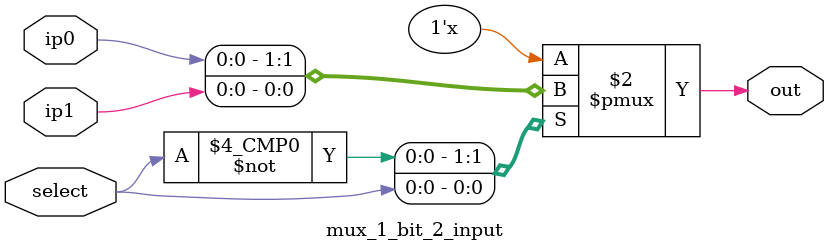
<source format=v>
module mux_1_bit_2_input(ip0, ip1, select, out);

	output reg  out;
	
	input ip0, ip1;
	input  select;
	
	always@(*) begin
		case(select)
			0: out = ip0;
			1: out = ip1;
			default: out = ip0;
		endcase
	end
	
endmodule
</source>
